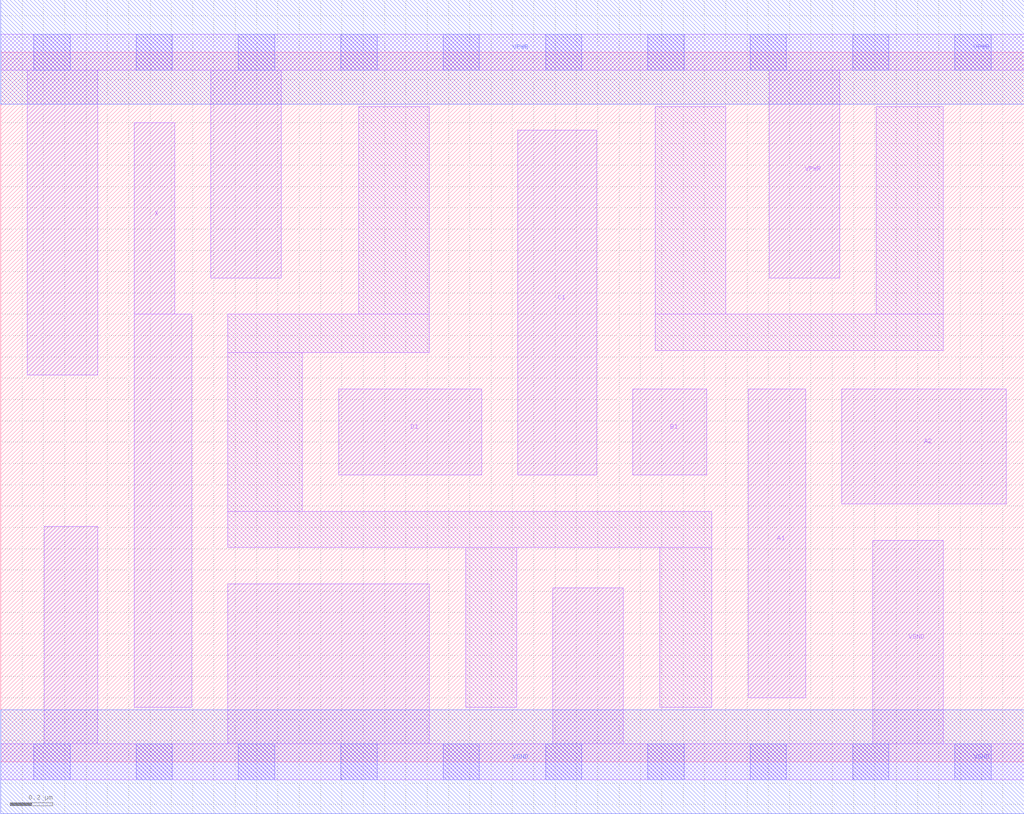
<source format=lef>
# Copyright 2020 The SkyWater PDK Authors
#
# Licensed under the Apache License, Version 2.0 (the "License");
# you may not use this file except in compliance with the License.
# You may obtain a copy of the License at
#
#     https://www.apache.org/licenses/LICENSE-2.0
#
# Unless required by applicable law or agreed to in writing, software
# distributed under the License is distributed on an "AS IS" BASIS,
# WITHOUT WARRANTIES OR CONDITIONS OF ANY KIND, either express or implied.
# See the License for the specific language governing permissions and
# limitations under the License.
#
# SPDX-License-Identifier: Apache-2.0

VERSION 5.7 ;
  NAMESCASESENSITIVE ON ;
  NOWIREEXTENSIONATPIN ON ;
  DIVIDERCHAR "/" ;
  BUSBITCHARS "[]" ;
UNITS
  DATABASE MICRONS 200 ;
END UNITS
MACRO sky130_fd_sc_lp__a2111o_2
  CLASS CORE ;
  SOURCE USER ;
  FOREIGN sky130_fd_sc_lp__a2111o_2 ;
  ORIGIN  0.000000  0.000000 ;
  SIZE  4.800000 BY  3.330000 ;
  SYMMETRY X Y R90 ;
  SITE unit ;
  PIN A1
    ANTENNAGATEAREA  0.315000 ;
    DIRECTION INPUT ;
    USE SIGNAL ;
    PORT
      LAYER li1 ;
        RECT 3.505000 0.300000 3.775000 1.750000 ;
    END
  END A1
  PIN A2
    ANTENNAGATEAREA  0.315000 ;
    DIRECTION INPUT ;
    USE SIGNAL ;
    PORT
      LAYER li1 ;
        RECT 3.945000 1.210000 4.715000 1.750000 ;
    END
  END A2
  PIN B1
    ANTENNAGATEAREA  0.315000 ;
    DIRECTION INPUT ;
    USE SIGNAL ;
    PORT
      LAYER li1 ;
        RECT 2.965000 1.345000 3.310000 1.750000 ;
    END
  END B1
  PIN C1
    ANTENNAGATEAREA  0.315000 ;
    DIRECTION INPUT ;
    USE SIGNAL ;
    PORT
      LAYER li1 ;
        RECT 2.425000 1.345000 2.795000 2.965000 ;
    END
  END C1
  PIN D1
    ANTENNAGATEAREA  0.315000 ;
    DIRECTION INPUT ;
    USE SIGNAL ;
    PORT
      LAYER li1 ;
        RECT 1.585000 1.345000 2.255000 1.750000 ;
    END
  END D1
  PIN X
    ANTENNADIFFAREA  0.588000 ;
    DIRECTION OUTPUT ;
    USE SIGNAL ;
    PORT
      LAYER li1 ;
        RECT 0.625000 0.255000 0.895000 2.100000 ;
        RECT 0.625000 2.100000 0.815000 3.000000 ;
    END
  END X
  PIN VGND
    DIRECTION INOUT ;
    USE GROUND ;
    PORT
      LAYER li1 ;
        RECT 0.000000 -0.085000 4.800000 0.085000 ;
        RECT 0.205000  0.085000 0.455000 1.105000 ;
        RECT 1.065000  0.085000 2.010000 0.835000 ;
        RECT 2.590000  0.085000 2.920000 0.815000 ;
        RECT 4.090000  0.085000 4.420000 1.040000 ;
      LAYER mcon ;
        RECT 0.155000 -0.085000 0.325000 0.085000 ;
        RECT 0.635000 -0.085000 0.805000 0.085000 ;
        RECT 1.115000 -0.085000 1.285000 0.085000 ;
        RECT 1.595000 -0.085000 1.765000 0.085000 ;
        RECT 2.075000 -0.085000 2.245000 0.085000 ;
        RECT 2.555000 -0.085000 2.725000 0.085000 ;
        RECT 3.035000 -0.085000 3.205000 0.085000 ;
        RECT 3.515000 -0.085000 3.685000 0.085000 ;
        RECT 3.995000 -0.085000 4.165000 0.085000 ;
        RECT 4.475000 -0.085000 4.645000 0.085000 ;
      LAYER met1 ;
        RECT 0.000000 -0.245000 4.800000 0.245000 ;
    END
  END VGND
  PIN VPWR
    DIRECTION INOUT ;
    USE POWER ;
    PORT
      LAYER li1 ;
        RECT 0.000000 3.245000 4.800000 3.415000 ;
        RECT 0.125000 1.815000 0.455000 3.245000 ;
        RECT 0.985000 2.270000 1.315000 3.245000 ;
        RECT 3.605000 2.270000 3.935000 3.245000 ;
      LAYER mcon ;
        RECT 0.155000 3.245000 0.325000 3.415000 ;
        RECT 0.635000 3.245000 0.805000 3.415000 ;
        RECT 1.115000 3.245000 1.285000 3.415000 ;
        RECT 1.595000 3.245000 1.765000 3.415000 ;
        RECT 2.075000 3.245000 2.245000 3.415000 ;
        RECT 2.555000 3.245000 2.725000 3.415000 ;
        RECT 3.035000 3.245000 3.205000 3.415000 ;
        RECT 3.515000 3.245000 3.685000 3.415000 ;
        RECT 3.995000 3.245000 4.165000 3.415000 ;
        RECT 4.475000 3.245000 4.645000 3.415000 ;
      LAYER met1 ;
        RECT 0.000000 3.085000 4.800000 3.575000 ;
    END
  END VPWR
  OBS
    LAYER li1 ;
      RECT 1.065000 1.005000 3.335000 1.175000 ;
      RECT 1.065000 1.175000 1.415000 1.920000 ;
      RECT 1.065000 1.920000 2.010000 2.100000 ;
      RECT 1.680000 2.100000 2.010000 3.075000 ;
      RECT 2.180000 0.255000 2.420000 1.005000 ;
      RECT 3.070000 1.930000 4.420000 2.100000 ;
      RECT 3.070000 2.100000 3.400000 3.075000 ;
      RECT 3.090000 0.255000 3.335000 1.005000 ;
      RECT 4.105000 2.100000 4.420000 3.075000 ;
  END
END sky130_fd_sc_lp__a2111o_2

</source>
